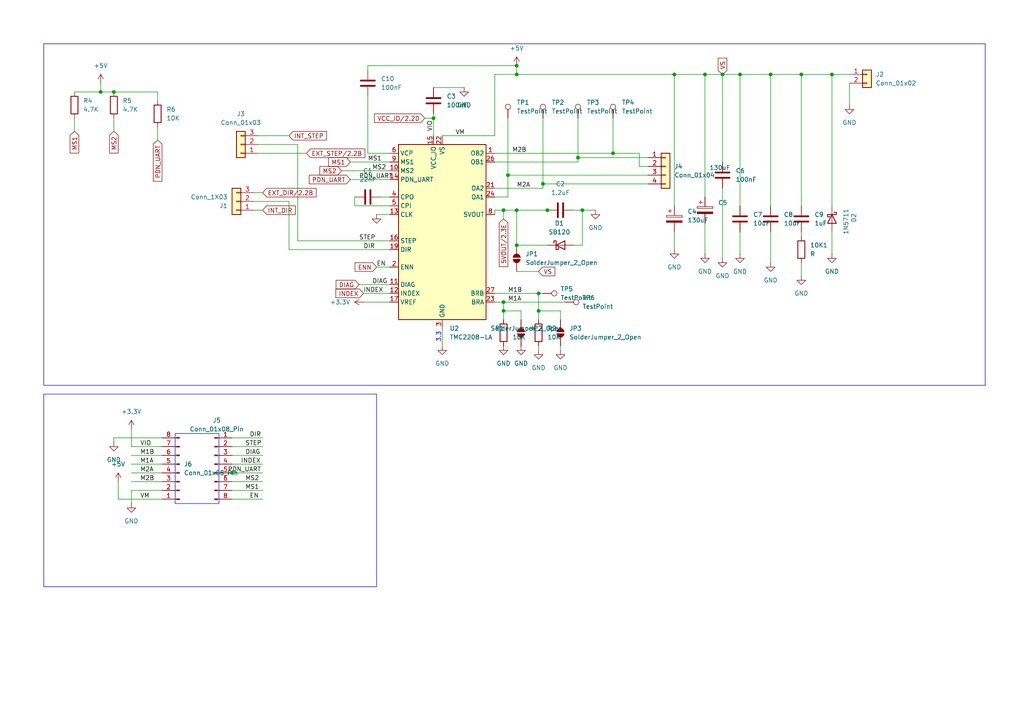
<source format=kicad_sch>
(kicad_sch (version 20250114) (generator "eeschema") (generator_version "9.0")
  (paper "A4")
  (lib_symbols
    (symbol "Connector:Conn_01x08_Pin" (pin_names (offset 1.016) (hide yes))
      (property "Reference" "J" (at 0 10.16 0))
      (property "Value" "Conn_01x08_Pin" (at 0 -12.7 0))
      (symbol "Conn_01x08_Pin_1_1"
        (rectangle (start 0.8636 7.747) (end 0 7.493) (stroke (width 0.1524)) (fill (type outline)))
        (rectangle (start 0.8636 5.207) (end 0 4.953) (stroke (width 0.1524)) (fill (type outline)))
        (rectangle (start 0.8636 2.667) (end 0 2.413) (stroke (width 0.1524)) (fill (type outline)))
        (rectangle (start 0.8636 0.127) (end 0 -0.127) (stroke (width 0.1524)) (fill (type outline)))
        (rectangle (start 0.8636 -2.413) (end 0 -2.667) (stroke (width 0.1524)) (fill (type outline)))
        (rectangle (start 0.8636 -4.953) (end 0 -5.207) (stroke (width 0.1524)) (fill (type outline)))
        (rectangle (start 0.8636 -7.493) (end 0 -7.747) (stroke (width 0.1524)) (fill (type outline)))
        (rectangle (start 0.8636 -10.033) (end 0 -10.287) (stroke (width 0.1524)) (fill (type outline)))
        (polyline (pts (xy 1.27 7.62) (xy 0.8636 7.62)) (stroke (width 0.1524)))
        (polyline (pts (xy 1.27 5.08) (xy 0.8636 5.08)) (stroke (width 0.1524)))
        (polyline (pts (xy 1.27 2.54) (xy 0.8636 2.54)) (stroke (width 0.1524)))
        (polyline (pts (xy 1.27 0) (xy 0.8636 0)) (stroke (width 0.1524)))
        (polyline (pts (xy 1.27 -2.54) (xy 0.8636 -2.54)) (stroke (width 0.1524)))
        (polyline (pts (xy 1.27 -5.08) (xy 0.8636 -5.08)) (stroke (width 0.1524)))
        (polyline (pts (xy 1.27 -7.62) (xy 0.8636 -7.62)) (stroke (width 0.1524)))
        (polyline (pts (xy 1.27 -10.16) (xy 0.8636 -10.16)) (stroke (width 0.1524)))
        (pin passive line (at 5.08 7.62 180) (length 3.81) (name "Pin_1") (number "1"))
        (pin passive line (at 5.08 5.08 180) (length 3.81) (name "Pin_2") (number "2"))
        (pin passive line (at 5.08 2.54 180) (length 3.81) (name "Pin_3") (number "3"))
        (pin passive line (at 5.08 0 180) (length 3.81) (name "Pin_4") (number "4"))
        (pin passive line (at 5.08 -2.54 180) (length 3.81) (name "Pin_5") (number "5"))
        (pin passive line (at 5.08 -5.08 180) (length 3.81) (name "Pin_6") (number "6"))
        (pin passive line (at 5.08 -7.62 180) (length 3.81) (name "Pin_7") (number "7"))
        (pin passive line (at 5.08 -10.16 180) (length 3.81) (name "Pin_8") (number "8"))
      )
    )
    (symbol "Connector:TestPoint" (pin_numbers (hide yes)) (pin_names (offset 0.762) (hide yes))
      (property "Reference" "TP" (at 0 6.858 0))
      (property "Value" "TestPoint" (at 0 5.08 0))
      (symbol "TestPoint_0_1"
        (circle (center 0 3.302) (radius 0.762))
      )
      (symbol "TestPoint_1_1"
        (pin passive line (at 0 0 90) (length 2.54) (name "1") (number "1"))
      )
    )
    (symbol "Connector_Generic:Conn_01x02" (pin_names (offset 1.016) (hide yes))
      (property "Reference" "J" (at 0 2.54 0))
      (property "Value" "Conn_01x02" (at 0 -5.08 0))
      (symbol "Conn_01x02_1_1"
        (rectangle (start -1.27 1.27) (end 1.27 -3.81) (stroke (width 0.254)) (fill (type background)))
        (rectangle (start -1.27 0.127) (end 0 -0.127) (stroke (width 0.1524)))
        (rectangle (start -1.27 -2.413) (end 0 -2.667) (stroke (width 0.1524)))
        (pin passive line (at -5.08 0 0) (length 3.81) (name "Pin_1") (number "1"))
        (pin passive line (at -5.08 -2.54 0) (length 3.81) (name "Pin_2") (number "2"))
      )
    )
    (symbol "Connector_Generic:Conn_01x03" (pin_names (offset 1.016) (hide yes))
      (property "Reference" "J" (at 0 5.08 0))
      (property "Value" "Conn_01x03" (at 0 -5.08 0))
      (symbol "Conn_01x03_1_1"
        (rectangle (start -1.27 3.81) (end 1.27 -3.81) (stroke (width 0.254)) (fill (type background)))
        (rectangle (start -1.27 2.667) (end 0 2.413) (stroke (width 0.1524)))
        (rectangle (start -1.27 0.127) (end 0 -0.127) (stroke (width 0.1524)))
        (rectangle (start -1.27 -2.413) (end 0 -2.667) (stroke (width 0.1524)))
        (pin passive line (at -5.08 2.54 0) (length 3.81) (name "Pin_1") (number "1"))
        (pin passive line (at -5.08 0 0) (length 3.81) (name "Pin_2") (number "2"))
        (pin passive line (at -5.08 -2.54 0) (length 3.81) (name "Pin_3") (number "3"))
      )
    )
    (symbol "Connector_Generic:Conn_01x04" (pin_names (offset 1.016) (hide yes))
      (property "Reference" "J" (at 0 5.08 0))
      (property "Value" "Conn_01x04" (at 0 -7.62 0))
      (symbol "Conn_01x04_1_1"
        (rectangle (start -1.27 3.81) (end 1.27 -6.35) (stroke (width 0.254)) (fill (type background)))
        (rectangle (start -1.27 2.667) (end 0 2.413) (stroke (width 0.1524)))
        (rectangle (start -1.27 0.127) (end 0 -0.127) (stroke (width 0.1524)))
        (rectangle (start -1.27 -2.413) (end 0 -2.667) (stroke (width 0.1524)))
        (rectangle (start -1.27 -4.953) (end 0 -5.207) (stroke (width 0.1524)))
        (pin passive line (at -5.08 2.54 0) (length 3.81) (name "Pin_1") (number "1"))
        (pin passive line (at -5.08 0 0) (length 3.81) (name "Pin_2") (number "2"))
        (pin passive line (at -5.08 -2.54 0) (length 3.81) (name "Pin_3") (number "3"))
        (pin passive line (at -5.08 -5.08 0) (length 3.81) (name "Pin_4") (number "4"))
      )
    )
    (symbol "Device:C" (pin_numbers (hide yes)) (pin_names (offset 0.254))
      (property "Reference" "C" (at 0.635 2.54 0))
      (property "Value" "C" (at 0.635 -2.54 0))
      (symbol "C_0_1"
        (polyline (pts (xy -2.032 0.762) (xy 2.032 0.762)) (stroke (width 0.508)))
        (polyline (pts (xy -2.032 -0.762) (xy 2.032 -0.762)) (stroke (width 0.508)))
      )
      (symbol "C_1_1"
        (pin passive line (at 0 3.81 270) (length 2.794) (name "~") (number "1"))
        (pin passive line (at 0 -3.81 90) (length 2.794) (name "~") (number "2"))
      )
    )
    (symbol "Device:C_Polarized" (pin_numbers (hide yes)) (pin_names (offset 0.254))
      (property "Reference" "C" (at 0.635 2.54 0))
      (property "Value" "C_Polarized" (at 0.635 -2.54 0))
      (symbol "C_Polarized_0_1"
        (rectangle (start -2.286 0.508) (end 2.286 1.016))
        (polyline (pts (xy -1.778 2.286) (xy -0.762 2.286)))
        (polyline (pts (xy -1.27 2.794) (xy -1.27 1.778)))
        (rectangle (start 2.286 -0.508) (end -2.286 -1.016) (fill (type outline)))
      )
      (symbol "C_Polarized_1_1"
        (pin passive line (at 0 3.81 270) (length 2.794) (name "~") (number "1"))
        (pin passive line (at 0 -3.81 90) (length 2.794) (name "~") (number "2"))
      )
    )
    (symbol "Device:R" (pin_numbers (hide yes)) (pin_names (offset 0))
      (property "Reference" "R" (at 2.032 0 90))
      (property "Value" "R" (at 0 0 90))
      (symbol "R_0_1"
        (rectangle (start -1.016 -2.54) (end 1.016 2.54) (stroke (width 0.254)))
      )
      (symbol "R_1_1"
        (pin passive line (at 0 3.81 270) (length 1.27) (name "~") (number "1"))
        (pin passive line (at 0 -3.81 90) (length 1.27) (name "~") (number "2"))
      )
    )
    (symbol "Diode:1N5711" (pin_numbers (hide yes)) (pin_names (offset 1.016) (hide yes))
      (property "Reference" "D" (at 0 2.54 0))
      (property "Value" "1N5711" (at 0 -2.54 0))
      (symbol "1N5711_0_1"
        (polyline (pts (xy -1.905 0.635) (xy -1.905 1.27) (xy -1.27 1.27) (xy -1.27 -1.27) (xy -0.635 -1.27) (xy -0.635 -0.635)) (stroke (width 0.254)))
        (polyline (pts (xy 1.27 1.27) (xy 1.27 -1.27) (xy -1.27 0) (xy 1.27 1.27)) (stroke (width 0.254)))
        (polyline (pts (xy 1.27 0) (xy -1.27 0)))
      )
      (symbol "1N5711_1_1"
        (pin passive line (at -3.81 0 0) (length 2.54) (name "K") (number "1"))
        (pin passive line (at 3.81 0 180) (length 2.54) (name "A") (number "2"))
      )
    )
    (symbol "Diode:SB120" (pin_numbers (hide yes)) (pin_names (offset 1.016) (hide yes))
      (property "Reference" "D" (at 0 2.54 0))
      (property "Value" "SB120" (at 0 -2.54 0))
      (symbol "SB120_0_1"
        (polyline (pts (xy -1.905 0.635) (xy -1.905 1.27) (xy -1.27 1.27) (xy -1.27 -1.27) (xy -0.635 -1.27) (xy -0.635 -0.635)) (stroke (width 0.254)))
        (polyline (pts (xy 1.27 1.27) (xy 1.27 -1.27) (xy -1.27 0) (xy 1.27 1.27)) (stroke (width 0.254)))
        (polyline (pts (xy 1.27 0) (xy -1.27 0)))
      )
      (symbol "SB120_1_1"
        (pin passive line (at -3.81 0 0) (length 2.54) (name "K") (number "1"))
        (pin passive line (at 3.81 0 180) (length 2.54) (name "A") (number "2"))
      )
    )
    (symbol "Driver_Motor:TMC2208-LA"
      (property "Reference" "U" (at -12.7 -26.67 0))
      (property "Value" "TMC2208-LA" (at 7.62 -26.67 0))
      (symbol "TMC2208-LA_1_1"
        (rectangle (start -12.7 25.4) (end 12.7 -25.4) (stroke (width 0.254)) (fill (type background)))
        (pin passive line (at -15.24 22.86 0) (length 2.54) (name "VCP") (number "6"))
        (pin input line (at -15.24 20.32 0) (length 2.54) (name "MS1") (number "9"))
        (pin input line (at -15.24 17.78 0) (length 2.54) (name "MS2") (number "10"))
        (pin bidirectional line (at -15.24 15.24 0) (length 2.54) (name "PDN_UART") (number "14"))
        (pin passive line (at -15.24 10.16 0) (length 2.54) (name "CPO") (number "4"))
        (pin passive line (at -15.24 7.62 0) (length 2.54) (name "CPI") (number "5"))
        (pin input line (at -15.24 5.08 0) (length 2.54) (name "CLK") (number "13"))
        (pin input line (at -15.24 -2.54 0) (length 2.54) (name "STEP") (number "16"))
        (pin input line (at -15.24 -5.08 0) (length 2.54) (name "DIR") (number "19"))
        (pin input line (at -15.24 -10.16 0) (length 2.54) (name "ENN") (number "2"))
        (pin output line (at -15.24 -15.24 0) (length 2.54) (name "DIAG") (number "11"))
        (pin output line (at -15.24 -17.78 0) (length 2.54) (name "INDEX") (number "12"))
        (pin input line (at -15.24 -20.32 0) (length 2.54) (name "VREF") (number "17"))
        (pin power_in line (at -2.54 27.94 270) (length 2.54) (name "VCC_IO") (number "15"))
        (pin power_in line (at 0 27.94 270) (length 2.54) (name "VS") (number "22"))
        (pin passive line (at 0 27.94 270) (length 2.54) (hide yes) (name "VS") (number "28"))
        (pin passive line (at 0 -27.94 90) (length 2.54) (hide yes) (name "GND") (number "18"))
        (pin power_in line (at 0 -27.94 90) (length 2.54) (name "GND") (number "3"))
        (pin no_connect line (at 12.7 0 180) (length 2.54) (hide yes) (name "NC") (number "25"))
        (pin no_connect line (at 12.7 -2.54 180) (length 2.54) (hide yes) (name "NC") (number "20"))
        (pin no_connect line (at 12.7 -5.08 180) (length 2.54) (hide yes) (name "NC") (number "7"))
        (pin output line (at 15.24 22.86 180) (length 2.54) (name "OB2") (number "1"))
        (pin output line (at 15.24 20.32 180) (length 2.54) (name "OB1") (number "26"))
        (pin output line (at 15.24 12.7 180) (length 2.54) (name "OA2") (number "21"))
        (pin output line (at 15.24 10.16 180) (length 2.54) (name "OA1") (number "24"))
        (pin power_out line (at 15.24 5.08 180) (length 2.54) (name "5VOUT") (number "8"))
        (pin passive line (at 15.24 -17.78 180) (length 2.54) (name "BRB") (number "27"))
        (pin passive line (at 15.24 -20.32 180) (length 2.54) (name "BRA") (number "23"))
      )
    )
    (symbol "Jumper:SolderJumper_2_Open" (pin_numbers (hide yes)) (pin_names (offset 0) (hide yes)) (in_bom no)
      (property "Reference" "JP" (at 0 2.032 0))
      (property "Value" "SolderJumper_2_Open" (at 0 -2.54 0))
      (symbol "SolderJumper_2_Open_0_1"
        (polyline (pts (xy -0.254 1.016) (xy -0.254 -1.016)))
        (arc (start -0.254 -1.016) (mid -1.2656 0) (end -0.254 1.016))
        (arc (start -0.254 -1.016) (mid -1.2656 0) (end -0.254 1.016) (fill (type outline)))
        (arc (start 0.254 1.016) (mid 1.2656 0) (end 0.254 -1.016))
        (arc (start 0.254 1.016) (mid 1.2656 0) (end 0.254 -1.016) (fill (type outline)))
        (polyline (pts (xy 0.254 1.016) (xy 0.254 -1.016)))
      )
      (symbol "SolderJumper_2_Open_1_1"
        (pin passive line (at -3.81 0 0) (length 2.54) (name "A") (number "1"))
        (pin passive line (at 3.81 0 180) (length 2.54) (name "B") (number "2"))
      )
    )
    (symbol "power:+3.3V" (power) (pin_numbers (hide yes)) (pin_names (offset 0) (hide yes))
      (property "Value" "+3.3V" (at 0 3.556 0))
      (symbol "+3.3V_0_1"
        (polyline (pts (xy -0.762 1.27) (xy 0 2.54)))
        (polyline (pts (xy 0 2.54) (xy 0.762 1.27)))
        (polyline (pts (xy 0 0) (xy 0 2.54)))
      )
      (symbol "+3.3V_1_1"
        (pin power_in line (at 0 0 90) (length 0) (name "~") (number "1"))
      )
    )
    (symbol "power:+5V" (power) (pin_numbers (hide yes)) (pin_names (offset 0) (hide yes))
      (property "Value" "+5V" (at 0 3.556 0))
      (symbol "+5V_0_1"
        (polyline (pts (xy -0.762 1.27) (xy 0 2.54)))
        (polyline (pts (xy 0 2.54) (xy 0.762 1.27)))
        (polyline (pts (xy 0 0) (xy 0 2.54)))
      )
      (symbol "+5V_1_1"
        (pin power_in line (at 0 0 90) (length 0) (name "~") (number "1"))
      )
    )
    (symbol "power:GND" (power) (pin_numbers (hide yes)) (pin_names (offset 0) (hide yes))
      (property "Value" "GND" (at 0 -3.81 0))
      (symbol "GND_0_1"
        (polyline (pts (xy 0 0) (xy 0 -1.27) (xy 1.27 -1.27) (xy 0 -2.54) (xy -1.27 -1.27) (xy 0 -1.27)))
      )
      (symbol "GND_1_1"
        (pin power_in line (at 0 0 270) (length 0) (name "~") (number "1"))
      )
    )
  )
  (rectangle (start 50.8 125.73) (end 63.5 146.05))
  (rectangle (start 12.7 114.3) (end 109.22 170.18))
  (rectangle (start 12.7 12.7) (end 285.75 111.76))
  (text "3.3\n" (at 127.254 97.79 90) (effects (font (size 1.27 1.27))))
  (junction (at 149.86 60.96))
  (junction (at 223.52 21.59))
  (junction (at 149.86 21.59))
  (junction (at 167.64 45.72))
  (junction (at 149.86 19.05))
  (junction (at 29.21 26.67))
  (junction (at 149.86 71.12))
  (junction (at 157.48 53.34))
  (junction (at 209.55 21.59))
  (junction (at 195.58 21.59))
  (junction (at 146.05 90.17))
  (junction (at 214.63 21.59))
  (junction (at 156.21 90.17))
  (junction (at 33.02 26.67))
  (junction (at 177.8 44.45))
  (junction (at 232.41 21.59))
  (junction (at 125.73 34.29))
  (junction (at 147.32 50.8))
  (junction (at 156.21 85.09))
  (junction (at 67.31 137.16))
  (junction (at 146.05 87.63))
  (junction (at 146.05 60.96))
  (junction (at 168.91 60.96))
  (junction (at 241.3 21.59))
  (junction (at 158.75 60.96))
  (junction (at 204.47 21.59))
  (wire (pts (xy 149.86 71.12) (xy 158.75 71.12)))
  (wire (pts (xy 187.96 53.34) (xy 157.48 53.34)))
  (wire (pts (xy 146.05 87.63) (xy 146.05 90.17)))
  (wire (pts (xy 143.51 87.63) (xy 146.05 87.63)))
  (wire (pts (xy 157.48 53.34) (xy 157.48 54.61)))
  (wire (pts (xy 38.1 132.08) (xy 46.99 132.08)))
  (wire (pts (xy 162.56 100.33) (xy 162.56 101.6)))
  (wire (pts (xy 147.32 50.8) (xy 147.32 57.15)))
  (wire (pts (xy 99.06 49.53) (xy 113.03 49.53)))
  (wire (pts (xy 45.72 26.67) (xy 45.72 29.21)))
  (wire (pts (xy 109.22 62.23) (xy 113.03 62.23)))
  (wire (pts (xy 177.8 34.29) (xy 177.8 44.45)))
  (wire (pts (xy 146.05 87.63) (xy 163.83 87.63)))
  (wire (pts (xy 67.31 144.78) (xy 76.2 144.78)))
  (wire (pts (xy 146.05 63.5) (xy 146.05 60.96)))
  (wire (pts (xy 156.21 78.74) (xy 149.86 78.74)))
  (wire (pts (xy 143.51 85.09) (xy 156.21 85.09)))
  (wire (pts (xy 232.41 21.59) (xy 241.3 21.59)))
  (wire (pts (xy 166.37 60.96) (xy 168.91 60.96)))
  (wire (pts (xy 125.73 34.29) (xy 125.73 39.37)))
  (wire (pts (xy 67.31 127) (xy 76.2 127)))
  (wire (pts (xy 29.21 26.67) (xy 29.21 24.13)))
  (wire (pts (xy 195.58 21.59) (xy 204.47 21.59)))
  (wire (pts (xy 128.27 95.25) (xy 128.27 100.33)))
  (wire (pts (xy 106.68 27.94) (xy 106.68 44.45)))
  (wire (pts (xy 73.66 60.96) (xy 76.2 60.96)))
  (wire (pts (xy 246.38 24.13) (xy 246.38 30.48)))
  (wire (pts (xy 86.36 41.91) (xy 74.93 41.91)))
  (wire (pts (xy 104.14 82.55) (xy 113.03 82.55)))
  (wire (pts (xy 209.55 21.59) (xy 209.55 46.99)))
  (wire (pts (xy 147.32 57.15) (xy 143.51 57.15)))
  (wire (pts (xy 166.37 71.12) (xy 168.91 71.12)))
  (wire (pts (xy 128.27 39.37) (xy 143.51 39.37)))
  (wire (pts (xy 214.63 67.31) (xy 214.63 73.66)))
  (wire (pts (xy 209.55 54.61) (xy 209.55 74.93)))
  (wire (pts (xy 149.86 60.96) (xy 149.86 71.12)))
  (wire (pts (xy 38.1 142.24) (xy 38.1 146.05)))
  (wire (pts (xy 106.68 19.05) (xy 149.86 19.05)))
  (wire (pts (xy 38.1 134.62) (xy 46.99 134.62)))
  (wire (pts (xy 125.73 33.02) (xy 125.73 34.29)))
  (wire (pts (xy 187.96 45.72) (xy 167.64 45.72)))
  (wire (pts (xy 156.21 85.09) (xy 156.21 90.17)))
  (wire (pts (xy 168.91 60.96) (xy 172.72 60.96)))
  (wire (pts (xy 21.59 26.67) (xy 29.21 26.67)))
  (wire (pts (xy 157.48 34.29) (xy 157.48 53.34)))
  (wire (pts (xy 38.1 124.46) (xy 38.1 129.54)))
  (wire (pts (xy 67.31 139.7) (xy 76.2 139.7)))
  (wire (pts (xy 83.82 72.39) (xy 113.03 72.39)))
  (wire (pts (xy 149.86 21.59) (xy 195.58 21.59)))
  (wire (pts (xy 177.8 44.45) (xy 185.42 44.45)))
  (wire (pts (xy 214.63 21.59) (xy 223.52 21.59)))
  (wire (pts (xy 241.3 59.69) (xy 241.3 21.59)))
  (wire (pts (xy 102.87 57.15) (xy 102.87 59.69)))
  (wire (pts (xy 106.68 44.45) (xy 113.03 44.45)))
  (wire (pts (xy 67.31 137.16) (xy 76.2 137.16)))
  (wire (pts (xy 146.05 90.17) (xy 146.05 92.71)))
  (wire (pts (xy 38.1 137.16) (xy 46.99 137.16)))
  (wire (pts (xy 67.31 132.08) (xy 76.2 132.08)))
  (wire (pts (xy 167.64 34.29) (xy 167.64 45.72)))
  (wire (pts (xy 109.22 77.47) (xy 113.03 77.47)))
  (wire (pts (xy 146.05 60.96) (xy 143.51 60.96)))
  (wire (pts (xy 143.51 60.96) (xy 143.51 62.23)))
  (wire (pts (xy 185.42 44.45) (xy 185.42 48.26)))
  (wire (pts (xy 223.52 67.31) (xy 223.52 76.2)))
  (wire (pts (xy 105.41 87.63) (xy 113.03 87.63)))
  (wire (pts (xy 158.75 60.96) (xy 149.86 60.96)))
  (wire (pts (xy 223.52 21.59) (xy 232.41 21.59)))
  (wire (pts (xy 34.29 139.7) (xy 34.29 144.78)))
  (wire (pts (xy 167.64 45.72) (xy 167.64 46.99)))
  (wire (pts (xy 232.41 76.2) (xy 232.41 80.01)))
  (wire (pts (xy 223.52 59.69) (xy 223.52 21.59)))
  (wire (pts (xy 33.02 127) (xy 33.02 128.27)))
  (wire (pts (xy 204.47 57.15) (xy 204.47 21.59)))
  (wire (pts (xy 232.41 67.31) (xy 232.41 68.58)))
  (wire (pts (xy 29.21 26.67) (xy 33.02 26.67)))
  (wire (pts (xy 106.68 19.05) (xy 106.68 20.32)))
  (wire (pts (xy 232.41 59.69) (xy 232.41 21.59)))
  (wire (pts (xy 147.32 34.29) (xy 147.32 50.8)))
  (wire (pts (xy 161.29 60.96) (xy 158.75 60.96)))
  (wire (pts (xy 195.58 21.59) (xy 195.58 59.69)))
  (wire (pts (xy 67.31 129.54) (xy 76.2 129.54)))
  (wire (pts (xy 149.86 60.96) (xy 146.05 60.96)))
  (wire (pts (xy 83.82 58.42) (xy 83.82 72.39)))
  (wire (pts (xy 74.93 44.45) (xy 88.9 44.45)))
  (wire (pts (xy 123.19 34.29) (xy 125.73 34.29)))
  (wire (pts (xy 185.42 48.26) (xy 187.96 48.26)))
  (wire (pts (xy 156.21 90.17) (xy 156.21 92.71)))
  (wire (pts (xy 143.51 46.99) (xy 167.64 46.99)))
  (wire (pts (xy 241.3 67.31) (xy 241.3 73.66)))
  (wire (pts (xy 151.13 90.17) (xy 151.13 92.71)))
  (wire (pts (xy 204.47 64.77) (xy 204.47 73.66)))
  (wire (pts (xy 105.41 85.09) (xy 113.03 85.09)))
  (wire (pts (xy 38.1 142.24) (xy 46.99 142.24)))
  (wire (pts (xy 209.55 21.59) (xy 214.63 21.59)))
  (wire (pts (xy 33.02 26.67) (xy 45.72 26.67)))
  (wire (pts (xy 156.21 90.17) (xy 162.56 90.17)))
  (wire (pts (xy 33.02 127) (xy 46.99 127)))
  (wire (pts (xy 73.66 55.88) (xy 76.2 55.88)))
  (wire (pts (xy 214.63 59.69) (xy 214.63 21.59)))
  (wire (pts (xy 143.51 21.59) (xy 149.86 21.59)))
  (wire (pts (xy 74.93 39.37) (xy 83.82 39.37)))
  (wire (pts (xy 33.02 34.29) (xy 33.02 38.1)))
  (wire (pts (xy 168.91 71.12) (xy 168.91 60.96)))
  (wire (pts (xy 143.51 39.37) (xy 143.51 21.59)))
  (wire (pts (xy 21.59 34.29) (xy 21.59 38.1)))
  (wire (pts (xy 67.31 134.62) (xy 76.2 134.62)))
  (wire (pts (xy 156.21 85.09) (xy 157.48 85.09)))
  (wire (pts (xy 157.48 54.61) (xy 143.51 54.61)))
  (wire (pts (xy 241.3 21.59) (xy 246.38 21.59)))
  (wire (pts (xy 187.96 50.8) (xy 147.32 50.8)))
  (wire (pts (xy 102.87 59.69) (xy 113.03 59.69)))
  (wire (pts (xy 38.1 139.7) (xy 46.99 139.7)))
  (wire (pts (xy 34.29 144.78) (xy 46.99 144.78)))
  (wire (pts (xy 86.36 69.85) (xy 86.36 41.91)))
  (wire (pts (xy 204.47 21.59) (xy 209.55 21.59)))
  (wire (pts (xy 38.1 129.54) (xy 46.99 129.54)))
  (wire (pts (xy 149.86 19.05) (xy 149.86 21.59)))
  (wire (pts (xy 195.58 67.31) (xy 195.58 72.39)))
  (wire (pts (xy 156.21 100.33) (xy 156.21 101.6)))
  (wire (pts (xy 162.56 90.17) (xy 162.56 92.71)))
  (wire (pts (xy 73.66 58.42) (xy 83.82 58.42)))
  (wire (pts (xy 143.51 44.45) (xy 177.8 44.45)))
  (wire (pts (xy 146.05 90.17) (xy 151.13 90.17)))
  (wire (pts (xy 45.72 36.83) (xy 45.72 40.64)))
  (wire (pts (xy 67.31 142.24) (xy 76.2 142.24)))
  (wire (pts (xy 101.6 52.07) (xy 113.03 52.07)))
  (wire (pts (xy 110.49 57.15) (xy 113.03 57.15)))
  (wire (pts (xy 66.04 137.16) (xy 67.31 137.16)))
  (wire (pts (xy 101.6 46.99) (xy 113.03 46.99)))
  (wire (pts (xy 113.03 69.85) (xy 86.36 69.85)))
  (wire (pts (xy 125.73 25.4) (xy 134.62 25.4)))
  (label "DIAG" (at 107.95 82.55 0))
  (label "DIR" (at 105.41 72.39 0))
  (label "DIAG" (at 71.12 132.08 0))
  (label "INDEX" (at 105.41 85.09 0))
  (label "M1A" (at 40.64 134.62 0))
  (label "MS2" (at 71.12 139.7 0))
  (label "VM" (at 132.08 39.37 0))
  (label "M1B" (at 147.32 85.09 0))
  (label "MS1" (at 71.12 142.24 0))
  (label "VM" (at 40.64 144.78 0))
  (label "PDN_UART" (at 104.14 52.07 0))
  (label "INDEX" (at 69.85 134.62 0))
  (label "M1B" (at 40.64 132.08 0))
  (label "M2A" (at 40.64 137.16 0))
  (label "EN" (at 72.39 144.78 0))
  (label "M1A" (at 147.32 87.63 0))
  (label "DIR" (at 72.39 127 0))
  (label "EN" (at 109.22 77.47 0))
  (label "M2B" (at 148.59 44.45 0))
  (label "PDN_UART" (at 66.04 137.16 0))
  (label "M2B" (at 40.64 139.7 0))
  (label "VIO" (at 40.64 129.54 0))
  (label "M2A" (at 149.86 54.61 0))
  (label "MS2" (at 107.95 49.53 0))
  (label "VIO" (at 125.73 38.1 90))
  (label "STEP" (at 71.12 129.54 0))
  (label "MS1" (at 106.68 46.99 0))
  (label "STEP" (at 104.14 69.85 0))
  (global_label "VS" (shape input) (at 209.55 21.59 90) (property "Intersheetrefs" "${INTERSHEET_REFS}" (effects (hide yes))))
  (global_label "MS2" (shape input) (at 33.02 38.1 270) (property "Intersheetrefs" "${INTERSHEET_REFS}" (effects (hide yes))))
  (global_label "EXT_DIR{slash}2.2B" (shape input) (at 76.2 55.88 0) (property "Intersheetrefs" "${INTERSHEET_REFS}" (effects (hide yes))))
  (global_label "INDEX" (shape input) (at 105.41 85.09 180) (property "Intersheetrefs" "${INTERSHEET_REFS}" (effects (hide yes))))
  (global_label "MS1" (shape input) (at 101.6 46.99 180) (property "Intersheetrefs" "${INTERSHEET_REFS}" (effects (hide yes))))
  (global_label "PDN_UART" (shape input) (at 45.72 40.64 270) (property "Intersheetrefs" "${INTERSHEET_REFS}" (effects (hide yes))))
  (global_label "PDN_UART" (shape input) (at 101.6 52.07 180) (property "Intersheetrefs" "${INTERSHEET_REFS}" (effects (hide yes))))
  (global_label "ENN" (shape input) (at 109.22 77.47 180) (property "Intersheetrefs" "${INTERSHEET_REFS}" (effects (hide yes))))
  (global_label "EXT_STEP{slash}2.2B" (shape input) (at 88.9 44.45 0) (property "Intersheetrefs" "${INTERSHEET_REFS}" (effects (hide yes))))
  (global_label "5VOUT{slash}2.3E" (shape input) (at 146.05 63.5 270) (property "Intersheetrefs" "${INTERSHEET_REFS}" (effects (hide yes))))
  (global_label "VCC_IO{slash}2.2D" (shape input) (at 123.19 34.29 180) (property "Intersheetrefs" "${INTERSHEET_REFS}" (effects (hide yes))))
  (global_label "INT_DIR" (shape input) (at 76.2 60.96 0) (property "Intersheetrefs" "${INTERSHEET_REFS}" (effects (hide yes))))
  (global_label "MS1" (shape input) (at 21.59 38.1 270) (property "Intersheetrefs" "${INTERSHEET_REFS}" (effects (hide yes))))
  (global_label "MS2" (shape input) (at 99.06 49.53 180) (property "Intersheetrefs" "${INTERSHEET_REFS}" (effects (hide yes))))
  (global_label "DIAG" (shape input) (at 104.14 82.55 180) (property "Intersheetrefs" "${INTERSHEET_REFS}" (effects (hide yes))))
  (global_label "INT_STEP" (shape input) (at 83.82 39.37 0) (property "Intersheetrefs" "${INTERSHEET_REFS}" (effects (hide yes))))
  (global_label "VS" (shape input) (at 156.21 78.74 0) (property "Intersheetrefs" "${INTERSHEET_REFS}" (effects (hide yes))))
  (symbol (lib_id "Diode:SB120") (at 162.56 71.12 0) (unit 1)
    (property "Reference" "D1" (at 162.2425 64.77 0))
    (property "Value" "SB120" (at 162.2425 67.31 0))
    (property "Footprint" "Diode_SMD:D_MELF-RM10_Universal_Handsoldering" (effects (hide yes)))
    (property "Datasheet" "http://www.diodes.com/_files/datasheets/ds23022.pdf" (effects (hide yes)))
    (property "Description" "20V 1A Schottky Barrier Rectifier Diode, DO-41" (effects (hide yes)))
  )
  (symbol (lib_id "Device:C_Polarized") (at 204.47 60.96 0) (unit 1)
    (property "Reference" "C5" (at 208.28 58.8009 0) (effects (justify left)))
    (property "Value" "130uF" (at 205.74 48.6409 0) (effects (justify left)))
    (property "Footprint" "Capacitor_Tantalum_SMD:CP_EIA-1608-10_AVX-L" (effects (hide yes)))
    (property "Description" "Polarized capacitor" (effects (hide yes)))
  )
  (symbol (lib_id "Device:R") (at 33.02 30.48 0) (unit 1)
    (property "Reference" "R5" (at 35.56 29.2099 0) (effects (justify left)))
    (property "Value" "4.7K" (at 35.56 31.7499 0) (effects (justify left)))
    (property "Description" "Resistor" (effects (hide yes)))
  )
  (symbol (lib_id "Jumper:SolderJumper_2_Open") (at 149.86 74.93 90) (unit 1) (in_bom no)
    (property "Reference" "JP1" (at 152.4 73.6599 90) (effects (justify right)))
    (property "Value" "SolderJumper_2_Open" (at 152.4 76.1999 90) (effects (justify right)))
    (property "Description" "Solder Jumper, 2-pole, open" (effects (hide yes)))
  )
  (symbol (lib_id "power:GND") (at 172.72 60.96 0) (unit 1)
    (property "Reference" "#PWR02" (effects (hide yes)))
    (property "Value" "GND" (at 172.72 66.04 0))
    (property "Description" "Power symbol creates a global label with name \"GND\" , ground" (effects (hide yes)))
  )
  (symbol (lib_id "Connector:TestPoint") (at 147.32 34.29 0) (unit 1)
    (property "Reference" "TP1" (at 149.86 29.7179 0) (effects (justify left)))
    (property "Value" "TestPoint" (at 149.86 32.2579 0) (effects (justify left)))
    (property "Footprint" "TestPoint:TestPoint_THTPad_1.0x1.0mm_Drill0.5mm" (effects (hide yes)))
    (property "Description" "test point" (effects (hide yes)))
  )
  (symbol (lib_id "power:GND") (at 162.56 101.6 0) (unit 1)
    (property "Reference" "#PWR07" (effects (hide yes)))
    (property "Value" "GND" (at 162.56 106.68 0))
    (property "Description" "Power symbol creates a global label with name \"GND\" , ground" (effects (hide yes)))
  )
  (symbol (lib_id "power:GND") (at 246.38 30.48 0) (unit 1)
    (property "Reference" "#PWR08" (effects (hide yes)))
    (property "Value" "GND" (at 246.38 35.56 0))
    (property "Description" "Power symbol creates a global label with name \"GND\" , ground" (effects (hide yes)))
  )
  (symbol (lib_id "power:+5V") (at 34.29 139.7 0) (unit 1)
    (property "Reference" "#PWR023" (effects (hide yes)))
    (property "Value" "+5V" (at 34.29 134.62 0))
    (property "Description" "Power symbol creates a global label with name \"+5V\"" (effects (hide yes)))
  )
  (symbol (lib_id "Device:R") (at 232.41 72.39 0) (unit 1)
    (property "Reference" "10K1" (at 234.95 71.1199 0) (effects (justify left)))
    (property "Value" "R" (at 234.95 73.6599 0) (effects (justify left)))
    (property "Footprint" "Resistor_SMD:R_0402_1005Metric" (effects (hide yes)))
    (property "Description" "Resistor" (effects (hide yes)))
  )
  (symbol (lib_id "Connector:TestPoint") (at 163.83 87.63 270) (unit 1)
    (property "Reference" "TP6" (at 168.91 86.3599 90) (effects (justify left)))
    (property "Value" "TestPoint" (at 168.91 88.8999 90) (effects (justify left)))
    (property "Footprint" "TestPoint:TestPoint_THTPad_1.0x1.0mm_Drill0.5mm" (effects (hide yes)))
    (property "Description" "test point" (effects (hide yes)))
  )
  (symbol (lib_id "Device:R") (at 156.21 96.52 0) (unit 1)
    (property "Reference" "R2" (at 158.75 95.2499 0) (effects (justify left)))
    (property "Value" "10K" (at 158.75 97.7899 0) (effects (justify left)))
    (property "Footprint" "Resistor_SMD:R_0402_1005Metric" (effects (hide yes)))
    (property "Description" "Resistor" (effects (hide yes)))
  )
  (symbol (lib_id "Connector:TestPoint") (at 167.64 34.29 0) (unit 1)
    (property "Reference" "TP3" (at 170.18 29.7179 0) (effects (justify left)))
    (property "Value" "TestPoint" (at 170.18 32.2579 0) (effects (justify left)))
    (property "Footprint" "TestPoint:TestPoint_THTPad_1.0x1.0mm_Drill0.5mm" (effects (hide yes)))
    (property "Description" "test point" (effects (hide yes)))
  )
  (symbol (lib_id "power:GND") (at 134.62 25.4 0) (unit 1)
    (property "Reference" "#PWR03" (effects (hide yes)))
    (property "Value" "GND" (at 134.62 30.48 0))
    (property "Description" "Power symbol creates a global label with name \"GND\" , ground" (effects (hide yes)))
  )
  (symbol (lib_id "Device:C") (at 162.56 60.96 90) (unit 1)
    (property "Reference" "C2" (at 162.56 53.34 90))
    (property "Value" "1.2uF" (at 162.56 55.88 90))
    (property "Footprint" "Capacitor_Tantalum_SMD:CP_EIA-1608-10_AVX-L" (effects (hide yes)))
    (property "Description" "Unpolarized capacitor" (effects (hide yes)))
  )
  (symbol (lib_id "power:+5V") (at 29.21 24.13 0) (unit 1)
    (property "Reference" "#PWR019" (effects (hide yes)))
    (property "Value" "+5V" (at 29.21 19.05 0))
    (property "Description" "Power symbol creates a global label with name \"+5V\"" (effects (hide yes)))
  )
  (symbol (lib_id "power:GND") (at 146.05 100.33 0) (unit 1)
    (property "Reference" "#PWR04" (effects (hide yes)))
    (property "Value" "GND" (at 146.05 105.41 0))
    (property "Description" "Power symbol creates a global label with name \"GND\" , ground" (effects (hide yes)))
  )
  (symbol (lib_id "Device:R") (at 45.72 33.02 0) (unit 1)
    (property "Reference" "R6" (at 48.26 31.7499 0) (effects (justify left)))
    (property "Value" "10K" (at 48.26 34.2899 0) (effects (justify left)))
    (property "Description" "Resistor" (effects (hide yes)))
  )
  (symbol (lib_id "Device:C") (at 232.41 63.5 0) (unit 1)
    (property "Reference" "C9" (at 236.22 62.2299 0) (effects (justify left)))
    (property "Value" "1uF" (at 236.22 64.7699 0) (effects (justify left)))
    (property "Footprint" "Capacitor_Tantalum_SMD:CP_EIA-1608-10_AVX-L" (effects (hide yes)))
    (property "Description" "Unpolarized capacitor" (effects (hide yes)))
  )
  (symbol (lib_id "power:GND") (at 241.3 73.66 0) (unit 1)
    (property "Reference" "#PWR015" (effects (hide yes)))
    (property "Value" "GND" (at 241.3 78.74 0))
    (property "Description" "Power symbol creates a global label with name \"GND\" , ground" (effects (hide yes)))
  )
  (symbol (lib_id "Connector_Generic:Conn_01x04") (at 193.04 48.26 0) (unit 1)
    (property "Reference" "J4" (at 195.58 48.2599 0) (effects (justify left)))
    (property "Value" "Conn_01x04" (at 195.58 50.7999 0) (effects (justify left)))
    (property "Description" "Generic connector, single row, 01x04, script generated (kicad-library-utils/schlib/autogen/connector/)" (effects (hide yes)))
  )
  (symbol (lib_id "Device:C") (at 209.55 50.8 0) (unit 1)
    (property "Reference" "C6" (at 213.36 49.5299 0) (effects (justify left)))
    (property "Value" "100nF" (at 213.36 52.0699 0) (effects (justify left)))
    (property "Footprint" "Capacitor_Tantalum_SMD:CP_EIA-1608-10_AVX-L" (effects (hide yes)))
    (property "Description" "Unpolarized capacitor" (effects (hide yes)))
  )
  (symbol (lib_id "Diode:1N5711") (at 241.3 63.5 270) (unit 1)
    (property "Reference" "D2" (at 247.65 63.1825 0))
    (property "Value" "1N5711" (at 245.364 64.262 0))
    (property "Footprint" "Diode_SMD:D_MELF-RM10_Universal_Handsoldering" (effects (hide yes)))
    (property "Datasheet" "https://www.microsemi.com/document-portal/doc_download/8865-lds-0040-datasheet" (effects (hide yes)))
    (property "Description" "70V 33mA Schottky diode, DO-35" (effects (hide yes)))
  )
  (symbol (lib_id "power:GND") (at 204.47 73.66 0) (unit 1)
    (property "Reference" "#PWR010" (effects (hide yes)))
    (property "Value" "GND" (at 204.47 78.74 0))
    (property "Description" "Power symbol creates a global label with name \"GND\" , ground" (effects (hide yes)))
  )
  (symbol (lib_id "Device:R") (at 21.59 30.48 0) (unit 1)
    (property "Reference" "R4" (at 24.13 29.2099 0) (effects (justify left)))
    (property "Value" "4.7K" (at 24.13 31.7499 0) (effects (justify left)))
    (property "Description" "Resistor" (effects (hide yes)))
  )
  (symbol (lib_id "power:GND") (at 151.13 100.33 0) (unit 1)
    (property "Reference" "#PWR05" (effects (hide yes)))
    (property "Value" "GND" (at 151.13 105.41 0))
    (property "Description" "Power symbol creates a global label with name \"GND\" , ground" (effects (hide yes)))
  )
  (symbol (lib_id "Connector:TestPoint") (at 157.48 85.09 270) (unit 1)
    (property "Reference" "TP5" (at 162.56 83.8199 90) (effects (justify left)))
    (property "Value" "TestPoint" (at 162.56 86.3599 90) (effects (justify left)))
    (property "Footprint" "TestPoint:TestPoint_THTPad_1.0x1.0mm_Drill0.5mm" (effects (hide yes)))
    (property "Description" "test point" (effects (hide yes)))
  )
  (symbol (lib_id "Device:C") (at 106.68 24.13 0) (unit 1)
    (property "Reference" "C10" (at 110.49 22.8599 0) (effects (justify left)))
    (property "Value" "100nF" (at 110.49 25.3999 0) (effects (justify left)))
    (property "Footprint" "Capacitor_Tantalum_SMD:CP_EIA-1608-10_AVX-L" (effects (hide yes)))
    (property "Description" "Unpolarized capacitor" (effects (hide yes)))
  )
  (symbol (lib_id "Connector_Generic:Conn_01x02") (at 251.46 21.59 0) (unit 1)
    (property "Reference" "J2" (at 254 21.5899 0) (effects (justify left)))
    (property "Value" "Conn_01x02" (at 254 24.1299 0) (effects (justify left)))
    (property "Description" "Generic connector, single row, 01x02, script generated (kicad-library-utils/schlib/autogen/connector/)" (effects (hide yes)))
  )
  (symbol (lib_id "Driver_Motor:TMC2208-LA") (at 128.27 67.31 0) (unit 1)
    (property "Reference" "U2" (at 130.4133 95.25 0) (effects (justify left)))
    (property "Value" "TMC2208-LA" (at 130.4133 97.79 0) (effects (justify left)))
    (property "Footprint" "Package_DFN_QFN:TQFN-32-1EP_5x5mm_P0.5mm_EP3.4x3.4mm_ThermalVias" (effects (hide yes)))
    (property "Datasheet" "https://www.analog.com/media/en/technical-documentation/data-sheets/TMC2202_TMC2208_TMC2224_datasheet_rev1.13.pdf" (effects (hide yes)))
    (property "Description" "Standalone driver for two-phase bipolar stepper motor, 2A, 4.75… 36V, UART, internal FETs, QFN28" (effects (hide yes)))
  )
  (symbol (lib_id "power:GND") (at 33.02 128.27 0) (unit 1)
    (property "Reference" "#PWR020" (effects (hide yes)))
    (property "Value" "GND" (at 33.02 133.35 0))
    (property "Description" "Power symbol creates a global label with name \"GND\" , ground" (effects (hide yes)))
  )
  (symbol (lib_id "power:+5V") (at 149.86 19.05 0) (unit 1)
    (property "Reference" "#PWR018" (effects (hide yes)))
    (property "Value" "+5V" (at 149.86 13.97 0))
    (property "Description" "Power symbol creates a global label with name \"+5V\"" (effects (hide yes)))
  )
  (symbol (lib_id "Jumper:SolderJumper_2_Open") (at 162.56 96.52 90) (unit 1) (in_bom no)
    (property "Reference" "JP3" (at 165.1 95.2499 90) (effects (justify right)))
    (property "Value" "SolderJumper_2_Open" (at 165.1 97.7899 90) (effects (justify right)))
    (property "Description" "Solder Jumper, 2-pole, open" (effects (hide yes)))
  )
  (symbol (lib_id "Connector:TestPoint") (at 157.48 34.29 0) (unit 1)
    (property "Reference" "TP2" (at 160.02 29.7179 0) (effects (justify left)))
    (property "Value" "TestPoint" (at 160.02 32.2579 0) (effects (justify left)))
    (property "Footprint" "TestPoint:TestPoint_THTPad_1.0x1.0mm_Drill0.5mm" (effects (hide yes)))
    (property "Description" "test point" (effects (hide yes)))
  )
  (symbol (lib_id "power:GND") (at 232.41 80.01 0) (unit 1)
    (property "Reference" "#PWR014" (effects (hide yes)))
    (property "Value" "GND" (at 232.41 85.09 0))
    (property "Description" "Power symbol creates a global label with name \"GND\" , ground" (effects (hide yes)))
  )
  (symbol (lib_id "Device:C") (at 214.63 63.5 0) (unit 1)
    (property "Reference" "C7" (at 218.44 62.2299 0) (effects (justify left)))
    (property "Value" "10uF" (at 218.44 64.7699 0) (effects (justify left)))
    (property "Footprint" "Capacitor_Tantalum_SMD:CP_EIA-1608-10_AVX-L" (effects (hide yes)))
    (property "Description" "Unpolarized capacitor" (effects (hide yes)))
  )
  (symbol (lib_id "power:GND") (at 195.58 72.39 0) (unit 1)
    (property "Reference" "#PWR09" (effects (hide yes)))
    (property "Value" "GND" (at 195.58 77.47 0))
    (property "Description" "Power symbol creates a global label with name \"GND\" , ground" (effects (hide yes)))
  )
  (symbol (lib_id "power:GND") (at 156.21 101.6 0) (unit 1)
    (property "Reference" "#PWR06" (effects (hide yes)))
    (property "Value" "GND" (at 156.21 106.68 0))
    (property "Description" "Power symbol creates a global label with name \"GND\" , ground" (effects (hide yes)))
  )
  (symbol (lib_id "Connector_Generic:Conn_01x03") (at 68.58 58.42 180) (unit 1)
    (property "Reference" "J1" (at 66.04 59.6901 0) (effects (justify left)))
    (property "Value" "Conn_1X03" (at 66.04 57.1501 0) (effects (justify left)))
    (property "Description" "Generic connector, single row, 01x03, script generated (kicad-library-utils/schlib/autogen/connector/)" (effects (hide yes)))
  )
  (symbol (lib_id "power:GND") (at 38.1 146.05 0) (unit 1)
    (property "Reference" "#PWR021" (effects (hide yes)))
    (property "Value" "GND" (at 38.1 151.13 0))
    (property "Description" "Power symbol creates a global label with name \"GND\" , ground" (effects (hide yes)))
  )
  (symbol (lib_id "Connector:Conn_01x08_Pin") (at 52.07 137.16 180) (unit 1)
    (property "Reference" "J6" (at 53.34 134.6199 0) (effects (justify right)))
    (property "Value" "Conn_01x08_Pin" (at 53.34 137.1599 0) (effects (justify right)))
    (property "Description" "Generic connector, single row, 01x08, script generated" (effects (hide yes)))
  )
  (symbol (lib_id "power:GND") (at 128.27 100.33 0) (unit 1)
    (property "Reference" "#PWR01" (effects (hide yes)))
    (property "Value" "GND" (at 128.27 105.41 0))
    (property "Description" "Power symbol creates a global label with name \"GND\" , ground" (effects (hide yes)))
  )
  (symbol (lib_id "Connector:Conn_01x08_Pin") (at 62.23 134.62 0) (unit 1)
    (property "Reference" "J5" (at 62.865 121.92 0))
    (property "Value" "Conn_01x08_Pin" (at 62.865 124.46 0))
    (property "Description" "Generic connector, single row, 01x08, script generated" (effects (hide yes)))
  )
  (symbol (lib_id "Device:C") (at 106.68 57.15 90) (unit 1)
    (property "Reference" "C1" (at 106.68 49.53 90))
    (property "Value" "22nF" (at 106.68 52.07 90))
    (property "Footprint" "Capacitor_Tantalum_SMD:CP_EIA-1608-10_AVX-L" (effects (hide yes)))
    (property "Description" "Unpolarized capacitor" (effects (hide yes)))
  )
  (symbol (lib_id "Device:R") (at 146.05 96.52 0) (unit 1)
    (property "Reference" "R1" (at 143.51 95.2499 0) (effects (justify left)))
    (property "Value" "10K" (at 148.59 97.7899 0) (effects (justify left)))
    (property "Footprint" "Resistor_SMD:R_0402_1005Metric" (effects (hide yes)))
    (property "Description" "Resistor" (effects (hide yes)))
  )
  (symbol (lib_id "power:+3.3V") (at 105.41 87.63 90) (unit 1)
    (property "Reference" "#PWR017" (effects (hide yes)))
    (property "Value" "+3.3V" (at 101.6 87.6299 90) (effects (justify left)))
    (property "Description" "Power symbol creates a global label with name \"+3.3V\"" (effects (hide yes)))
  )
  (symbol (lib_id "Device:C_Polarized") (at 195.58 63.5 0) (unit 1)
    (property "Reference" "C4" (at 199.39 61.3409 0) (effects (justify left)))
    (property "Value" "130uF" (at 199.39 63.8809 0) (effects (justify left)))
    (property "Footprint" "Capacitor_Tantalum_SMD:CP_EIA-1608-10_AVX-L" (effects (hide yes)))
    (property "Description" "Polarized capacitor" (effects (hide yes)))
  )
  (symbol (lib_id "Device:C") (at 125.73 29.21 0) (unit 1)
    (property "Reference" "C3" (at 129.54 27.9399 0) (effects (justify left)))
    (property "Value" "100nF" (at 129.54 30.4799 0) (effects (justify left)))
    (property "Footprint" "Capacitor_THT:CP_Radial_D8.0mm_P2.50mm" (effects (hide yes)))
    (property "Description" "Unpolarized capacitor" (effects (hide yes)))
  )
  (symbol (lib_id "Connector_Generic:Conn_01x03") (at 69.85 41.91 180) (unit 1)
    (property "Reference" "J3" (at 69.85 33.02 0))
    (property "Value" "Conn_01x03" (at 69.85 35.56 0))
    (property "Description" "Generic connector, single row, 01x03, script generated (kicad-library-utils/schlib/autogen/connector/)" (effects (hide yes)))
  )
  (symbol (lib_id "Device:C") (at 223.52 63.5 0) (unit 1)
    (property "Reference" "C8" (at 227.33 62.2299 0) (effects (justify left)))
    (property "Value" "10uF" (at 227.33 64.7699 0) (effects (justify left)))
    (property "Footprint" "Capacitor_Tantalum_SMD:CP_EIA-1608-10_AVX-L" (effects (hide yes)))
    (property "Description" "Unpolarized capacitor" (effects (hide yes)))
  )
  (symbol (lib_id "power:GND") (at 223.52 76.2 0) (unit 1)
    (property "Reference" "#PWR013" (effects (hide yes)))
    (property "Value" "GND" (at 223.52 81.28 0))
    (property "Description" "Power symbol creates a global label with name \"GND\" , ground" (effects (hide yes)))
  )
  (symbol (lib_id "Connector:TestPoint") (at 177.8 34.29 0) (unit 1)
    (property "Reference" "TP4" (at 180.34 29.7179 0) (effects (justify left)))
    (property "Value" "TestPoint" (at 180.34 32.2579 0) (effects (justify left)))
    (property "Footprint" "TestPoint:TestPoint_THTPad_1.0x1.0mm_Drill0.5mm" (effects (hide yes)))
    (property "Description" "test point" (effects (hide yes)))
  )
  (symbol (lib_id "power:GND") (at 109.22 62.23 0) (unit 1)
    (property "Reference" "#PWR016" (effects (hide yes)))
    (property "Value" "GND" (effects (hide yes)))
    (property "Description" "Power symbol creates a global label with name \"GND\" , ground" (effects (hide yes)))
  )
  (symbol (lib_id "power:GND") (at 214.63 73.66 0) (unit 1)
    (property "Reference" "#PWR012" (effects (hide yes)))
    (property "Value" "GND" (at 214.63 78.74 0))
    (property "Description" "Power symbol creates a global label with name \"GND\" , ground" (effects (hide yes)))
  )
  (symbol (lib_id "power:GND") (at 209.55 74.93 0) (unit 1)
    (property "Reference" "#PWR011" (effects (hide yes)))
    (property "Value" "GND" (at 209.55 80.01 0))
    (property "Description" "Power symbol creates a global label with name \"GND\" , ground" (effects (hide yes)))
  )
  (symbol (lib_id "Jumper:SolderJumper_2_Open") (at 151.13 96.52 90) (unit 1) (in_bom no)
    (property "Reference" "JP2" (at 153.67 95.2499 90) (effects (justify right)))
    (property "Value" "SolderJumper_2_Open" (at 142.24 95.2499 90) (effects (justify right)))
    (property "Description" "Solder Jumper, 2-pole, open" (effects (hide yes)))
  )
  (symbol (lib_id "power:+3.3V") (at 38.1 124.46 0) (unit 1)
    (property "Reference" "#PWR022" (effects (hide yes)))
    (property "Value" "+3.3V" (at 38.1 119.38 0))
    (property "Description" "Power symbol creates a global label with name \"+3.3V\"" (effects (hide yes)))
  )
)
</source>
